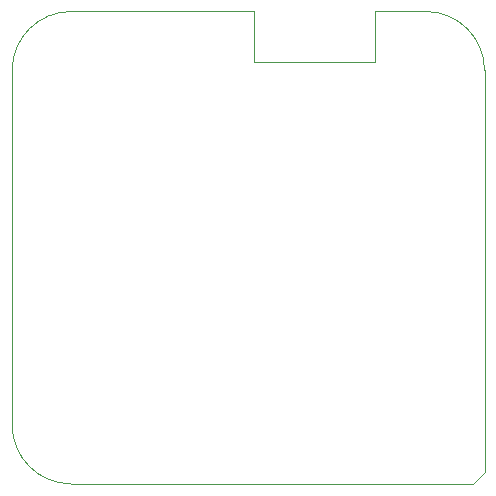
<source format=gbr>
%TF.GenerationSoftware,KiCad,Pcbnew,(5.1.6)-1*%
%TF.CreationDate,2021-06-21T18:56:37+02:00*%
%TF.ProjectId,DotBot,446f7442-6f74-42e6-9b69-6361645f7063,rev?*%
%TF.SameCoordinates,Original*%
%TF.FileFunction,Profile,NP*%
%FSLAX46Y46*%
G04 Gerber Fmt 4.6, Leading zero omitted, Abs format (unit mm)*
G04 Created by KiCad (PCBNEW (5.1.6)-1) date 2021-06-21 18:56:37*
%MOMM*%
%LPD*%
G01*
G04 APERTURE LIST*
%TA.AperFunction,Profile*%
%ADD10C,0.050000*%
%TD*%
G04 APERTURE END LIST*
D10*
X105700000Y-42000000D02*
X110000000Y-42000000D01*
X105700000Y-46300000D02*
X105700000Y-42000000D01*
X95500000Y-46300000D02*
X105700000Y-46300000D01*
X95500000Y-42000000D02*
X95500000Y-46300000D01*
X80000000Y-42000000D02*
X95500000Y-42000000D01*
X115000000Y-81000000D02*
X114000000Y-82000000D01*
X75000000Y-77000000D02*
X75000000Y-47000000D01*
X114000000Y-82000000D02*
X80000000Y-82000000D01*
X115000000Y-47000000D02*
X115000000Y-81000000D01*
X80000000Y-82000000D02*
G75*
G02*
X75000000Y-77000000I0J5000000D01*
G01*
X110000000Y-42000000D02*
G75*
G02*
X115000000Y-47000000I0J-5000000D01*
G01*
X75000000Y-47000000D02*
G75*
G02*
X80000000Y-42000000I5000000J0D01*
G01*
M02*

</source>
